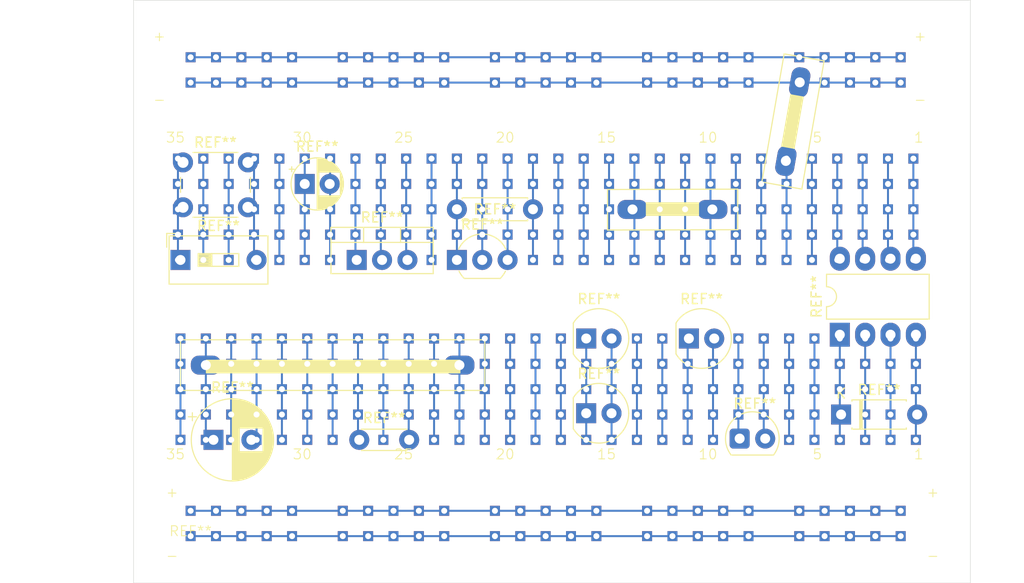
<source format=kicad_pcb>
(kicad_pcb (version 20240108) (generator "pcbnew") (generator_version "8.0")
  (layers (0 "F.Cu" signal) (31 "B.Cu" signal) (34 "B.Paste" user) (35 "F.Paste" user) (36 "B.SilkS" user "B.Silkscreen") (37 "F.SilkS" user "F.Silkscreen") (38 "B.Mask" user) (39 "F.Mask" user) (44 "Edge.Cuts" user))
  (net 0 "")
  (footprint "Breadboarding:Jumper-Wire_8mm_Blue" (layer "F.Cu") (at 167.194623 120.030271 180)
    (property "Reference" "REF**" (hide yes))
    (property "Value" "Jumper-Wire_8mm_Blue")
  )
  (footprint "EZ_TEJ_Library:R_Axial_DIN0207_L6.3mm_D2.5mm_P7.62mm_Horizontal" (layer "F.Cu") (at 149.225 120.015 180)
    (property "Reference" "REF**")
    (property "Value" "R_Axial_DIN0207_L6.3mm_D2.5mm_P7.62mm_Horizontal" (hide yes))
  )
  (footprint "Breadboarding:Jumper-Wire_25mm_Blue" (layer "F.Cu") (at 116.459 135.636)
    (property "Reference" "REF**" (hide yes))
    (property "Value" "Jumper-Wire_25mm_Blue")
  )
  (footprint "EZ_TEJ_Library:CP_Radial_D8.0mm_P3.80mm" (layer "F.Cu") (at 117.221 143.129)
    (property "Reference" "REF**")
    (property "Value" "CP_Radial_D8.0mm_P3.80mm")
  )
  (footprint "EZ_TEJ_Library:TO-220-3_Vertical" (layer "F.Cu") (at 131.572 125.095)
    (property "Reference" "REF**")
    (property "Value" "TO-220-3_Vertical")
  )
  (footprint "EZ_TEJ_Library:CP_Radial_D5.0mm_P2.50mm" (layer "F.Cu") (at 126.365 117.475)
    (property "Reference" "REF**")
    (property "Value" "CP_Radial_D5.0mm_P2.50mm")
  )
  (footprint "EZ_TEJ_Library:C_Disc_D4.3mm_W1.9mm_P5.00mm" (layer "F.Cu") (at 131.826 143.129)
    (property "Reference" "REF**")
    (property "Value" "C_Disc_D4.3mm_W1.9mm_P5.00mm")
  )
  (footprint "EZ_TEJ_Library:TO-92_Inline_Wide" (layer "F.Cu") (at 141.605 125.095)
    (property "Reference" "REF**")
    (property "Value" "TO-92_Inline_Wide")
  )
  (footprint "EZ_TEJ_Library:Osram_SFH205" (layer "F.Cu") (at 169.926 143.002)
    (property "Reference" "REF**")
    (property "Value" "Osram_SFH205")
  )
  (footprint "EZ_TEJ_Library:LED_D5.0mm" (layer "F.Cu") (at 164.841 132.969)
    (property "Reference" "REF**")
    (property "Value" "LED_D5.0mm")
  )
  (footprint "EZ_TEJ_Library:LED_D5.0mm" (layer "F.Cu") (at 154.559 132.969)
    (property "Reference" "REF**")
    (property "Value" "LED_D5.0mm")
  )
  (footprint "Button_Switch_THT:SW_PUSH_6mm_H4.3mm" (layer "F.Cu") (at 114.173 115.316)
    (property "Reference" "REF**")
    (property "Value" "SW_PUSH_6mm_H4.3mm")
  )
  (footprint "EZ_TEJ_Library:LED_D5.0mm" (layer "F.Cu") (at 154.554 140.462)
    (property "Reference" "REF**")
    (property "Value" "LED_D5.0mm")
  )
  (footprint "EZ_TEJ_Library:SW_DIP_SPSTx01_Slide_9.78x4.72mm_W7.62mm_P2.54mm" (layer "F.Cu") (at 113.919 125.095)
    (property "Reference" "REF**")
    (property "Value" "SW_DIP_SPSTx01_Slide_9.78x4.72mm_W7.62mm_P2.54mm")
  )
  (footprint "Breadboarding:Jumper-Wire_8mm_Blue" (layer "F.Cu") (at 175.944166 107.290392 -100)
    (property "Reference" "REF**" (hide yes))
    (property "Value" "Jumper-Wire_8mm_Blue")
  )
  (footprint "Breadboarding:Half-Breadboard" (layer "F.Cu") (at 114.935 152.781)
    (property "Reference" "REF**")
    (property "Value" "Half-Breadboard")
  )
  (footprint "EZ_TEJ_Library:DIP-8_W7.62mm_LongPads" (layer "F.Cu") (at 179.959 132.588 90)
    (property "Reference" "REF**")
    (property "Value" "DIP-8_W7.62mm_LongPads")
  )
  (footprint "EZ_TEJ_Library:D_DO-41_SOD81_P7.62mm_Horizontal" (layer "F.Cu") (at 180.086 140.589)
    (property "Reference" "REF**")
    (property "Value" "D_DO-41_SOD81_P7.62mm_Horizontal")
  )
  (gr_rect (start 109.22 99.06) (end 193.04 157.48) (stroke (width 0.05)) (fill none) (layer "Edge.Cuts"))
  (segment (start 154.305 125.095) (end 154.305 114.935) (width 0.2) (layer "B.Cu") (net 0))
  (segment (start 114.935 152.781) (end 186.055 152.781) (width 0.2) (layer "B.Cu") (net 0))
  (segment (start 113.665 125.222) (end 113.665 115.062) (width 0.2) (layer "B.Cu") (net 0))
  (segment (start 121.539 143.129) (end 121.539 132.969) (width 0.2) (layer "B.Cu") (net 0))
  (segment (start 177.165 115.062) (end 177.165 125.222) (width 0.2) (layer "B.Cu") (net 0))
  (segment (start 146.939 132.842) (end 146.939 143.002) (width 0.2) (layer "B.Cu") (net 0))
  (segment (start 179.959 143.129) (end 179.959 132.969) (width 0.2) (layer "B.Cu") (net 0))
  (segment (start 113.919 143.129) (end 113.919 132.969) (width 0.2) (layer "B.Cu") (net 0))
  (segment (start 184.785 125.222) (end 184.785 115.062) (width 0.2) (layer "B.Cu") (net 0))
  (segment (start 144.399 143.002) (end 144.399 132.842) (width 0.2) (layer "B.Cu") (net 0))
  (segment (start 146.685 114.935) (end 146.685 125.095) (width 0.2) (layer "B.Cu") (net 0))
  (segment (start 144.145 125.095) (end 144.145 114.935) (width 0.2) (layer "B.Cu") (net 0))
  (segment (start 141.605 125.095) (end 141.605 114.935) (width 0.2) (layer "B.Cu") (net 0))
  (segment (start 152.019 143.002) (end 152.019 132.842) (width 0.2) (layer "B.Cu") (net 0))
  (segment (start 167.005 125.222) (end 167.005 115.062) (width 0.2) (layer "B.Cu") (net 0))
  (segment (start 118.745 125.222) (end 118.745 115.062) (width 0.2) (layer "B.Cu") (net 0))
  (segment (start 128.905 125.222) (end 128.905 115.062) (width 0.2) (layer "B.Cu") (net 0))
  (segment (start 164.465 125.222) (end 164.465 115.062) (width 0.2) (layer "B.Cu") (net 0))
  (segment (start 185.928 104.775) (end 114.808 104.775) (width 0.2) (layer "B.Cu") (net 0))
  (segment (start 162.179 132.969) (end 162.179 143.129) (width 0.2) (layer "B.Cu") (net 0))
  (segment (start 154.559 143.002) (end 154.559 132.842) (width 0.2) (layer "B.Cu") (net 0))
  (segment (start 126.619 143.002) (end 126.619 132.842) (width 0.2) (layer "B.Cu") (net 0))
  (segment (start 185.039 143.129) (end 185.039 132.969) (width 0.2) (layer "B.Cu") (net 0))
  (segment (start 129.159 143.129) (end 129.159 132.969) (width 0.2) (layer "B.Cu") (net 0))
  (segment (start 131.699 132.969) (end 131.699 143.129) (width 0.2) (layer "B.Cu") (net 0))
  (segment (start 172.085 125.095) (end 172.085 114.935) (width 0.2) (layer "B.Cu") (net 0))
  (segment (start 159.385 125.222) (end 159.385 115.062) (width 0.2) (layer "B.Cu") (net 0))
  (segment (start 187.325 125.095) (end 187.325 114.935) (width 0.2) (layer "B.Cu") (net 0))
  (segment (start 164.719 143.129) (end 164.719 132.969) (width 0.2) (layer "B.Cu") (net 0))
  (segment (start 182.245 125.222) (end 182.245 115.062) (width 0.2) (layer "B.Cu") (net 0))
  (segment (start 141.859 143.002) (end 141.859 132.842) (width 0.2) (layer "B.Cu") (net 0))
  (segment (start 134.239 143.129) (end 134.239 132.969) (width 0.2) (layer "B.Cu") (net 0))
  (segment (start 169.799 143.129) (end 169.799 132.969) (width 0.2) (layer "B.Cu") (net 0))
  (segment (start 131.445 115.062) (end 131.445 125.222) (width 0.2) (layer "B.Cu") (net 0))
  (segment (start 139.319 143.129) (end 139.319 132.969) (width 0.2) (layer "B.Cu") (net 0))
  (segment (start 159.639 143.129) (end 159.639 132.969) (width 0.2) (layer "B.Cu") (net 0))
  (segment (start 116.459 132.969) (end 116.459 143.129) (width 0.2) (layer "B.Cu") (net 0))
  (segment (start 118.999 143.129) (end 118.999 132.969) (width 0.2) (layer "B.Cu") (net 0))
  (segment (start 156.845 124.968) (end 156.845 114.808) (width 0.2) (layer "B.Cu") (net 0))
  (segment (start 121.285 125.222) (end 121.285 115.062) (width 0.2) (layer "B.Cu") (net 0))
  (segment (start 136.525 125.222) (end 136.525 115.062) (width 0.2) (layer "B.Cu") (net 0))
  (segment (start 174.625 125.222) (end 174.625 115.062) (width 0.2) (layer "B.Cu") (net 0))
  (segment (start 151.765 125.095) (end 151.765 114.935) (width 0.2) (layer "B.Cu") (net 0))
  (segment (start 186.055 150.241) (end 114.935 150.241) (width 0.2) (layer "B.Cu") (net 0))
  (segment (start 149.479 143.002) (end 149.479 132.842) (width 0.2) (layer "B.Cu") (net 0))
  (segment (start 167.259 143.129) (end 167.259 132.969) (width 0.2) (layer "B.Cu") (net 0))
  (segment (start 133.985 125.222) (end 133.985 115.062) (width 0.2) (layer "B.Cu") (net 0))
  (segment (start 187.579 143.002) (end 187.579 132.842) (width 0.2) (layer "B.Cu") (net 0))
  (segment (start 172.339 143.002) (end 172.339 132.842) (width 0.2) (layer "B.Cu") (net 0))
  (segment (start 161.925 115.062) (end 161.925 125.222) (width 0.2) (layer "B.Cu") (net 0))
  (segment (start 169.545 125.222) (end 169.545 115.062) (width 0.2) (layer "B.Cu") (net 0))
  (segment (start 116.205 115.062) (end 116.205 125.222) (width 0.2) (layer "B.Cu") (net 0))
  (segment (start 114.808 107.315) (end 185.928 107.315) (width 0.2) (layer "B.Cu") (net 0))
  (segment (start 179.705 125.222) (end 179.705 115.062) (width 0.2) (layer "B.Cu") (net 0))
  (segment (start 177.419 132.969) (end 177.419 143.129) (width 0.2) (layer "B.Cu") (net 0))
  (segment (start 149.225 125.095) (end 149.225 114.935) (width 0.2) (layer "B.Cu") (net 0))
  (segment (start 157.099 142.875) (end 157.099 132.715) (width 0.2) (layer "B.Cu") (net 0))
  (segment (start 136.779 143.129) (end 136.779 132.969) (width 0.2) (layer "B.Cu") (net 0))
  (segment (start 124.079 143.129) (end 124.079 132.969) (width 0.2) (layer "B.Cu") (net 0))
  (segment (start 139.065 125.222) (end 139.065 115.062) (width 0.2) (layer "B.Cu") (net 0))
  (segment (start 182.499 143.129) (end 182.499 132.969) (width 0.2) (layer "B.Cu") (net 0))
  (segment (start 123.825 125.222) (end 123.825 115.062) (width 0.2) (layer "B.Cu") (net 0))
  (segment (start 174.879 143.129) (end 174.879 132.969) (width 0.2) (layer "B.Cu") (net 0))
  (segment (start 126.365 125.095) (end 126.365 114.935) (width 0.2) (layer "B.Cu") (net 0))
)
</source>
